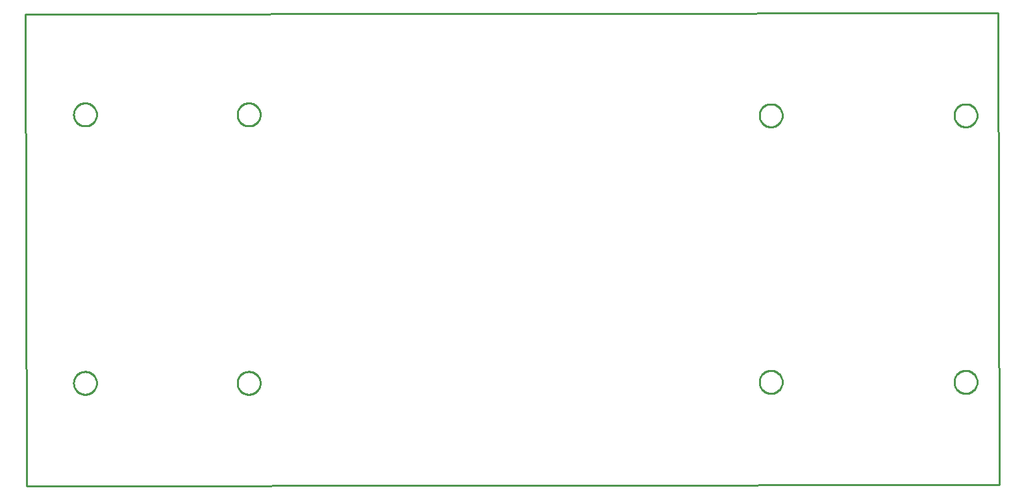
<source format=gbr>
G04 EAGLE Gerber RS-274X export*
G75*
%MOMM*%
%FSLAX34Y34*%
%LPD*%
%IN*%
%IPPOS*%
%AMOC8*
5,1,8,0,0,1.08239X$1,22.5*%
G01*
%ADD10C,0.254000*%


D10*
X-1524Y616460D02*
X0Y0D01*
X1268022Y1778D01*
X1266498Y618238D01*
X-1524Y616460D01*
X91384Y484950D02*
X91308Y483885D01*
X91156Y482828D01*
X90929Y481784D01*
X90628Y480760D01*
X90255Y479759D01*
X89811Y478788D01*
X89299Y477851D01*
X88722Y476952D01*
X88082Y476097D01*
X87383Y475290D01*
X86628Y474535D01*
X85821Y473836D01*
X84966Y473196D01*
X84067Y472619D01*
X83130Y472107D01*
X82159Y471663D01*
X81158Y471290D01*
X80134Y470989D01*
X79090Y470762D01*
X78033Y470610D01*
X76968Y470534D01*
X75900Y470534D01*
X74835Y470610D01*
X73778Y470762D01*
X72734Y470989D01*
X71710Y471290D01*
X70709Y471663D01*
X69738Y472107D01*
X68801Y472619D01*
X67902Y473196D01*
X67047Y473836D01*
X66240Y474535D01*
X65485Y475290D01*
X64786Y476097D01*
X64146Y476952D01*
X63569Y477851D01*
X63057Y478788D01*
X62613Y479759D01*
X62240Y480760D01*
X61939Y481784D01*
X61712Y482828D01*
X61560Y483885D01*
X61484Y484950D01*
X61484Y486018D01*
X61560Y487083D01*
X61712Y488140D01*
X61939Y489184D01*
X62240Y490208D01*
X62613Y491209D01*
X63057Y492180D01*
X63569Y493117D01*
X64146Y494016D01*
X64786Y494871D01*
X65485Y495678D01*
X66240Y496433D01*
X67047Y497132D01*
X67902Y497772D01*
X68801Y498349D01*
X69738Y498861D01*
X70709Y499305D01*
X71710Y499678D01*
X72734Y499979D01*
X73778Y500206D01*
X74835Y500358D01*
X75900Y500434D01*
X76968Y500434D01*
X78033Y500358D01*
X79090Y500206D01*
X80134Y499979D01*
X81158Y499678D01*
X82159Y499305D01*
X83130Y498861D01*
X84067Y498349D01*
X84966Y497772D01*
X85821Y497132D01*
X86628Y496433D01*
X87383Y495678D01*
X88082Y494871D01*
X88722Y494016D01*
X89299Y493117D01*
X89811Y492180D01*
X90255Y491209D01*
X90628Y490208D01*
X90929Y489184D01*
X91156Y488140D01*
X91308Y487083D01*
X91384Y486018D01*
X91384Y484950D01*
X304784Y484950D02*
X304708Y483885D01*
X304556Y482828D01*
X304329Y481784D01*
X304028Y480760D01*
X303655Y479759D01*
X303211Y478788D01*
X302699Y477851D01*
X302122Y476952D01*
X301482Y476097D01*
X300783Y475290D01*
X300028Y474535D01*
X299221Y473836D01*
X298366Y473196D01*
X297467Y472619D01*
X296530Y472107D01*
X295559Y471663D01*
X294558Y471290D01*
X293534Y470989D01*
X292490Y470762D01*
X291433Y470610D01*
X290368Y470534D01*
X289300Y470534D01*
X288235Y470610D01*
X287178Y470762D01*
X286134Y470989D01*
X285110Y471290D01*
X284109Y471663D01*
X283138Y472107D01*
X282201Y472619D01*
X281302Y473196D01*
X280447Y473836D01*
X279640Y474535D01*
X278885Y475290D01*
X278186Y476097D01*
X277546Y476952D01*
X276969Y477851D01*
X276457Y478788D01*
X276013Y479759D01*
X275640Y480760D01*
X275339Y481784D01*
X275112Y482828D01*
X274960Y483885D01*
X274884Y484950D01*
X274884Y486018D01*
X274960Y487083D01*
X275112Y488140D01*
X275339Y489184D01*
X275640Y490208D01*
X276013Y491209D01*
X276457Y492180D01*
X276969Y493117D01*
X277546Y494016D01*
X278186Y494871D01*
X278885Y495678D01*
X279640Y496433D01*
X280447Y497132D01*
X281302Y497772D01*
X282201Y498349D01*
X283138Y498861D01*
X284109Y499305D01*
X285110Y499678D01*
X286134Y499979D01*
X287178Y500206D01*
X288235Y500358D01*
X289300Y500434D01*
X290368Y500434D01*
X291433Y500358D01*
X292490Y500206D01*
X293534Y499979D01*
X294558Y499678D01*
X295559Y499305D01*
X296530Y498861D01*
X297467Y498349D01*
X298366Y497772D01*
X299221Y497132D01*
X300028Y496433D01*
X300783Y495678D01*
X301482Y494871D01*
X302122Y494016D01*
X302699Y493117D01*
X303211Y492180D01*
X303655Y491209D01*
X304028Y490208D01*
X304329Y489184D01*
X304556Y488140D01*
X304708Y487083D01*
X304784Y486018D01*
X304784Y484950D01*
X304784Y134150D02*
X304708Y133085D01*
X304556Y132028D01*
X304329Y130984D01*
X304028Y129960D01*
X303655Y128959D01*
X303211Y127988D01*
X302699Y127051D01*
X302122Y126152D01*
X301482Y125297D01*
X300783Y124490D01*
X300028Y123735D01*
X299221Y123036D01*
X298366Y122396D01*
X297467Y121819D01*
X296530Y121307D01*
X295559Y120863D01*
X294558Y120490D01*
X293534Y120189D01*
X292490Y119962D01*
X291433Y119810D01*
X290368Y119734D01*
X289300Y119734D01*
X288235Y119810D01*
X287178Y119962D01*
X286134Y120189D01*
X285110Y120490D01*
X284109Y120863D01*
X283138Y121307D01*
X282201Y121819D01*
X281302Y122396D01*
X280447Y123036D01*
X279640Y123735D01*
X278885Y124490D01*
X278186Y125297D01*
X277546Y126152D01*
X276969Y127051D01*
X276457Y127988D01*
X276013Y128959D01*
X275640Y129960D01*
X275339Y130984D01*
X275112Y132028D01*
X274960Y133085D01*
X274884Y134150D01*
X274884Y135218D01*
X274960Y136283D01*
X275112Y137340D01*
X275339Y138384D01*
X275640Y139408D01*
X276013Y140409D01*
X276457Y141380D01*
X276969Y142317D01*
X277546Y143216D01*
X278186Y144071D01*
X278885Y144878D01*
X279640Y145633D01*
X280447Y146332D01*
X281302Y146972D01*
X282201Y147549D01*
X283138Y148061D01*
X284109Y148505D01*
X285110Y148878D01*
X286134Y149179D01*
X287178Y149406D01*
X288235Y149558D01*
X289300Y149634D01*
X290368Y149634D01*
X291433Y149558D01*
X292490Y149406D01*
X293534Y149179D01*
X294558Y148878D01*
X295559Y148505D01*
X296530Y148061D01*
X297467Y147549D01*
X298366Y146972D01*
X299221Y146332D01*
X300028Y145633D01*
X300783Y144878D01*
X301482Y144071D01*
X302122Y143216D01*
X302699Y142317D01*
X303211Y141380D01*
X303655Y140409D01*
X304028Y139408D01*
X304329Y138384D01*
X304556Y137340D01*
X304708Y136283D01*
X304784Y135218D01*
X304784Y134150D01*
X91384Y134150D02*
X91308Y133085D01*
X91156Y132028D01*
X90929Y130984D01*
X90628Y129960D01*
X90255Y128959D01*
X89811Y127988D01*
X89299Y127051D01*
X88722Y126152D01*
X88082Y125297D01*
X87383Y124490D01*
X86628Y123735D01*
X85821Y123036D01*
X84966Y122396D01*
X84067Y121819D01*
X83130Y121307D01*
X82159Y120863D01*
X81158Y120490D01*
X80134Y120189D01*
X79090Y119962D01*
X78033Y119810D01*
X76968Y119734D01*
X75900Y119734D01*
X74835Y119810D01*
X73778Y119962D01*
X72734Y120189D01*
X71710Y120490D01*
X70709Y120863D01*
X69738Y121307D01*
X68801Y121819D01*
X67902Y122396D01*
X67047Y123036D01*
X66240Y123735D01*
X65485Y124490D01*
X64786Y125297D01*
X64146Y126152D01*
X63569Y127051D01*
X63057Y127988D01*
X62613Y128959D01*
X62240Y129960D01*
X61939Y130984D01*
X61712Y132028D01*
X61560Y133085D01*
X61484Y134150D01*
X61484Y135218D01*
X61560Y136283D01*
X61712Y137340D01*
X61939Y138384D01*
X62240Y139408D01*
X62613Y140409D01*
X63057Y141380D01*
X63569Y142317D01*
X64146Y143216D01*
X64786Y144071D01*
X65485Y144878D01*
X66240Y145633D01*
X67047Y146332D01*
X67902Y146972D01*
X68801Y147549D01*
X69738Y148061D01*
X70709Y148505D01*
X71710Y148878D01*
X72734Y149179D01*
X73778Y149406D01*
X74835Y149558D01*
X75900Y149634D01*
X76968Y149634D01*
X78033Y149558D01*
X79090Y149406D01*
X80134Y149179D01*
X81158Y148878D01*
X82159Y148505D01*
X83130Y148061D01*
X84067Y147549D01*
X84966Y146972D01*
X85821Y146332D01*
X86628Y145633D01*
X87383Y144878D01*
X88082Y144071D01*
X88722Y143216D01*
X89299Y142317D01*
X89811Y141380D01*
X90255Y140409D01*
X90628Y139408D01*
X90929Y138384D01*
X91156Y137340D01*
X91308Y136283D01*
X91384Y135218D01*
X91384Y134150D01*
X1225068Y150984D02*
X1226133Y150908D01*
X1227190Y150756D01*
X1228234Y150529D01*
X1229258Y150228D01*
X1230259Y149855D01*
X1231230Y149411D01*
X1232167Y148899D01*
X1233066Y148322D01*
X1233921Y147682D01*
X1234728Y146983D01*
X1235483Y146228D01*
X1236182Y145421D01*
X1236822Y144566D01*
X1237399Y143667D01*
X1237911Y142730D01*
X1238355Y141759D01*
X1238728Y140758D01*
X1239029Y139734D01*
X1239256Y138690D01*
X1239408Y137633D01*
X1239484Y136568D01*
X1239484Y135500D01*
X1239408Y134435D01*
X1239256Y133378D01*
X1239029Y132334D01*
X1238728Y131310D01*
X1238355Y130309D01*
X1237911Y129338D01*
X1237399Y128401D01*
X1236822Y127502D01*
X1236182Y126647D01*
X1235483Y125840D01*
X1234728Y125085D01*
X1233921Y124386D01*
X1233066Y123746D01*
X1232167Y123169D01*
X1231230Y122657D01*
X1230259Y122213D01*
X1229258Y121840D01*
X1228234Y121539D01*
X1227190Y121312D01*
X1226133Y121160D01*
X1225068Y121084D01*
X1224000Y121084D01*
X1222935Y121160D01*
X1221878Y121312D01*
X1220834Y121539D01*
X1219810Y121840D01*
X1218809Y122213D01*
X1217838Y122657D01*
X1216901Y123169D01*
X1216002Y123746D01*
X1215147Y124386D01*
X1214340Y125085D01*
X1213585Y125840D01*
X1212886Y126647D01*
X1212246Y127502D01*
X1211669Y128401D01*
X1211157Y129338D01*
X1210713Y130309D01*
X1210340Y131310D01*
X1210039Y132334D01*
X1209812Y133378D01*
X1209660Y134435D01*
X1209584Y135500D01*
X1209584Y136568D01*
X1209660Y137633D01*
X1209812Y138690D01*
X1210039Y139734D01*
X1210340Y140758D01*
X1210713Y141759D01*
X1211157Y142730D01*
X1211669Y143667D01*
X1212246Y144566D01*
X1212886Y145421D01*
X1213585Y146228D01*
X1214340Y146983D01*
X1215147Y147682D01*
X1216002Y148322D01*
X1216901Y148899D01*
X1217838Y149411D01*
X1218809Y149855D01*
X1219810Y150228D01*
X1220834Y150529D01*
X1221878Y150756D01*
X1222935Y150908D01*
X1224000Y150984D01*
X1225068Y150984D01*
X971068Y150984D02*
X972133Y150908D01*
X973190Y150756D01*
X974234Y150529D01*
X975258Y150228D01*
X976259Y149855D01*
X977230Y149411D01*
X978167Y148899D01*
X979066Y148322D01*
X979921Y147682D01*
X980728Y146983D01*
X981483Y146228D01*
X982182Y145421D01*
X982822Y144566D01*
X983399Y143667D01*
X983911Y142730D01*
X984355Y141759D01*
X984728Y140758D01*
X985029Y139734D01*
X985256Y138690D01*
X985408Y137633D01*
X985484Y136568D01*
X985484Y135500D01*
X985408Y134435D01*
X985256Y133378D01*
X985029Y132334D01*
X984728Y131310D01*
X984355Y130309D01*
X983911Y129338D01*
X983399Y128401D01*
X982822Y127502D01*
X982182Y126647D01*
X981483Y125840D01*
X980728Y125085D01*
X979921Y124386D01*
X979066Y123746D01*
X978167Y123169D01*
X977230Y122657D01*
X976259Y122213D01*
X975258Y121840D01*
X974234Y121539D01*
X973190Y121312D01*
X972133Y121160D01*
X971068Y121084D01*
X970000Y121084D01*
X968935Y121160D01*
X967878Y121312D01*
X966834Y121539D01*
X965810Y121840D01*
X964809Y122213D01*
X963838Y122657D01*
X962901Y123169D01*
X962002Y123746D01*
X961147Y124386D01*
X960340Y125085D01*
X959585Y125840D01*
X958886Y126647D01*
X958246Y127502D01*
X957669Y128401D01*
X957157Y129338D01*
X956713Y130309D01*
X956340Y131310D01*
X956039Y132334D01*
X955812Y133378D01*
X955660Y134435D01*
X955584Y135500D01*
X955584Y136568D01*
X955660Y137633D01*
X955812Y138690D01*
X956039Y139734D01*
X956340Y140758D01*
X956713Y141759D01*
X957157Y142730D01*
X957669Y143667D01*
X958246Y144566D01*
X958886Y145421D01*
X959585Y146228D01*
X960340Y146983D01*
X961147Y147682D01*
X962002Y148322D01*
X962901Y148899D01*
X963838Y149411D01*
X964809Y149855D01*
X965810Y150228D01*
X966834Y150529D01*
X967878Y150756D01*
X968935Y150908D01*
X970000Y150984D01*
X971068Y150984D01*
X971068Y499184D02*
X972133Y499108D01*
X973190Y498956D01*
X974234Y498729D01*
X975258Y498428D01*
X976259Y498055D01*
X977230Y497611D01*
X978167Y497099D01*
X979066Y496522D01*
X979921Y495882D01*
X980728Y495183D01*
X981483Y494428D01*
X982182Y493621D01*
X982822Y492766D01*
X983399Y491867D01*
X983911Y490930D01*
X984355Y489959D01*
X984728Y488958D01*
X985029Y487934D01*
X985256Y486890D01*
X985408Y485833D01*
X985484Y484768D01*
X985484Y483700D01*
X985408Y482635D01*
X985256Y481578D01*
X985029Y480534D01*
X984728Y479510D01*
X984355Y478509D01*
X983911Y477538D01*
X983399Y476601D01*
X982822Y475702D01*
X982182Y474847D01*
X981483Y474040D01*
X980728Y473285D01*
X979921Y472586D01*
X979066Y471946D01*
X978167Y471369D01*
X977230Y470857D01*
X976259Y470413D01*
X975258Y470040D01*
X974234Y469739D01*
X973190Y469512D01*
X972133Y469360D01*
X971068Y469284D01*
X970000Y469284D01*
X968935Y469360D01*
X967878Y469512D01*
X966834Y469739D01*
X965810Y470040D01*
X964809Y470413D01*
X963838Y470857D01*
X962901Y471369D01*
X962002Y471946D01*
X961147Y472586D01*
X960340Y473285D01*
X959585Y474040D01*
X958886Y474847D01*
X958246Y475702D01*
X957669Y476601D01*
X957157Y477538D01*
X956713Y478509D01*
X956340Y479510D01*
X956039Y480534D01*
X955812Y481578D01*
X955660Y482635D01*
X955584Y483700D01*
X955584Y484768D01*
X955660Y485833D01*
X955812Y486890D01*
X956039Y487934D01*
X956340Y488958D01*
X956713Y489959D01*
X957157Y490930D01*
X957669Y491867D01*
X958246Y492766D01*
X958886Y493621D01*
X959585Y494428D01*
X960340Y495183D01*
X961147Y495882D01*
X962002Y496522D01*
X962901Y497099D01*
X963838Y497611D01*
X964809Y498055D01*
X965810Y498428D01*
X966834Y498729D01*
X967878Y498956D01*
X968935Y499108D01*
X970000Y499184D01*
X971068Y499184D01*
X1225068Y499184D02*
X1226133Y499108D01*
X1227190Y498956D01*
X1228234Y498729D01*
X1229258Y498428D01*
X1230259Y498055D01*
X1231230Y497611D01*
X1232167Y497099D01*
X1233066Y496522D01*
X1233921Y495882D01*
X1234728Y495183D01*
X1235483Y494428D01*
X1236182Y493621D01*
X1236822Y492766D01*
X1237399Y491867D01*
X1237911Y490930D01*
X1238355Y489959D01*
X1238728Y488958D01*
X1239029Y487934D01*
X1239256Y486890D01*
X1239408Y485833D01*
X1239484Y484768D01*
X1239484Y483700D01*
X1239408Y482635D01*
X1239256Y481578D01*
X1239029Y480534D01*
X1238728Y479510D01*
X1238355Y478509D01*
X1237911Y477538D01*
X1237399Y476601D01*
X1236822Y475702D01*
X1236182Y474847D01*
X1235483Y474040D01*
X1234728Y473285D01*
X1233921Y472586D01*
X1233066Y471946D01*
X1232167Y471369D01*
X1231230Y470857D01*
X1230259Y470413D01*
X1229258Y470040D01*
X1228234Y469739D01*
X1227190Y469512D01*
X1226133Y469360D01*
X1225068Y469284D01*
X1224000Y469284D01*
X1222935Y469360D01*
X1221878Y469512D01*
X1220834Y469739D01*
X1219810Y470040D01*
X1218809Y470413D01*
X1217838Y470857D01*
X1216901Y471369D01*
X1216002Y471946D01*
X1215147Y472586D01*
X1214340Y473285D01*
X1213585Y474040D01*
X1212886Y474847D01*
X1212246Y475702D01*
X1211669Y476601D01*
X1211157Y477538D01*
X1210713Y478509D01*
X1210340Y479510D01*
X1210039Y480534D01*
X1209812Y481578D01*
X1209660Y482635D01*
X1209584Y483700D01*
X1209584Y484768D01*
X1209660Y485833D01*
X1209812Y486890D01*
X1210039Y487934D01*
X1210340Y488958D01*
X1210713Y489959D01*
X1211157Y490930D01*
X1211669Y491867D01*
X1212246Y492766D01*
X1212886Y493621D01*
X1213585Y494428D01*
X1214340Y495183D01*
X1215147Y495882D01*
X1216002Y496522D01*
X1216901Y497099D01*
X1217838Y497611D01*
X1218809Y498055D01*
X1219810Y498428D01*
X1220834Y498729D01*
X1221878Y498956D01*
X1222935Y499108D01*
X1224000Y499184D01*
X1225068Y499184D01*
M02*

</source>
